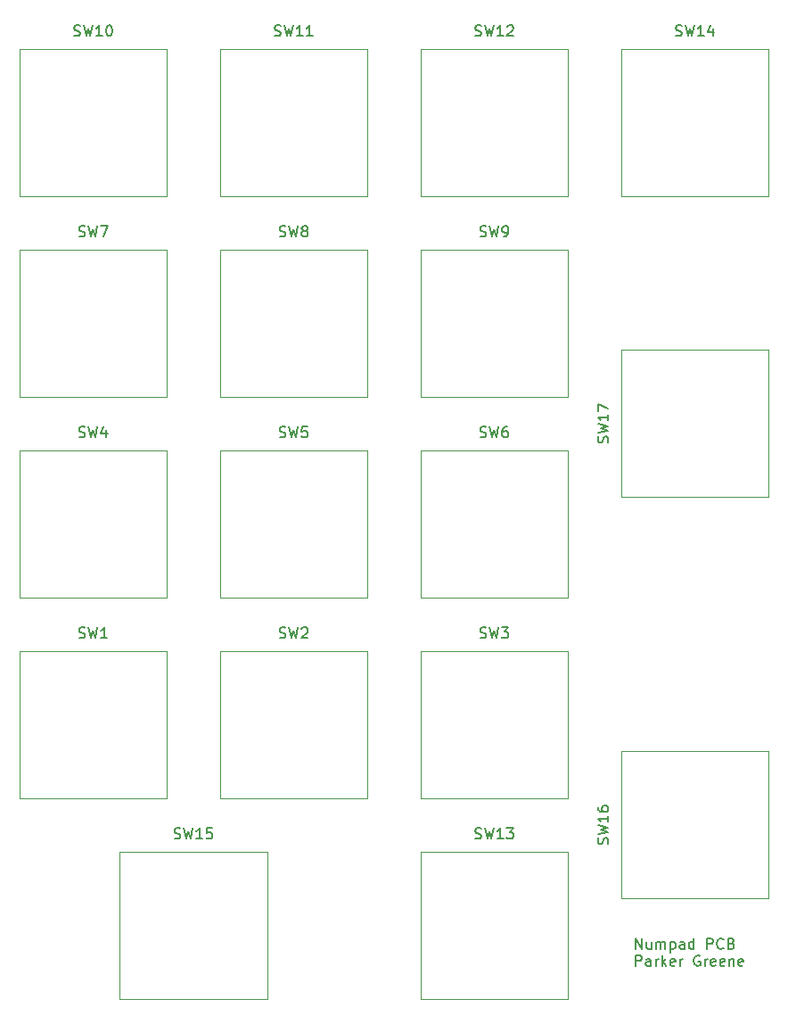
<source format=gbr>
%TF.GenerationSoftware,KiCad,Pcbnew,(6.0.9)*%
%TF.CreationDate,2023-01-29T18:03:13-08:00*%
%TF.ProjectId,numpad,6e756d70-6164-42e6-9b69-6361645f7063,rev?*%
%TF.SameCoordinates,Original*%
%TF.FileFunction,Legend,Top*%
%TF.FilePolarity,Positive*%
%FSLAX46Y46*%
G04 Gerber Fmt 4.6, Leading zero omitted, Abs format (unit mm)*
G04 Created by KiCad (PCBNEW (6.0.9)) date 2023-01-29 18:03:13*
%MOMM*%
%LPD*%
G01*
G04 APERTURE LIST*
%ADD10C,0.150000*%
%ADD11C,0.120000*%
G04 APERTURE END LIST*
D10*
X122635595Y-141347380D02*
X122635595Y-140347380D01*
X123207023Y-141347380D01*
X123207023Y-140347380D01*
X124111785Y-140680714D02*
X124111785Y-141347380D01*
X123683214Y-140680714D02*
X123683214Y-141204523D01*
X123730833Y-141299761D01*
X123826071Y-141347380D01*
X123968928Y-141347380D01*
X124064166Y-141299761D01*
X124111785Y-141252142D01*
X124587976Y-141347380D02*
X124587976Y-140680714D01*
X124587976Y-140775952D02*
X124635595Y-140728333D01*
X124730833Y-140680714D01*
X124873690Y-140680714D01*
X124968928Y-140728333D01*
X125016547Y-140823571D01*
X125016547Y-141347380D01*
X125016547Y-140823571D02*
X125064166Y-140728333D01*
X125159404Y-140680714D01*
X125302261Y-140680714D01*
X125397500Y-140728333D01*
X125445119Y-140823571D01*
X125445119Y-141347380D01*
X125921309Y-140680714D02*
X125921309Y-141680714D01*
X125921309Y-140728333D02*
X126016547Y-140680714D01*
X126207023Y-140680714D01*
X126302261Y-140728333D01*
X126349880Y-140775952D01*
X126397500Y-140871190D01*
X126397500Y-141156904D01*
X126349880Y-141252142D01*
X126302261Y-141299761D01*
X126207023Y-141347380D01*
X126016547Y-141347380D01*
X125921309Y-141299761D01*
X127254642Y-141347380D02*
X127254642Y-140823571D01*
X127207023Y-140728333D01*
X127111785Y-140680714D01*
X126921309Y-140680714D01*
X126826071Y-140728333D01*
X127254642Y-141299761D02*
X127159404Y-141347380D01*
X126921309Y-141347380D01*
X126826071Y-141299761D01*
X126778452Y-141204523D01*
X126778452Y-141109285D01*
X126826071Y-141014047D01*
X126921309Y-140966428D01*
X127159404Y-140966428D01*
X127254642Y-140918809D01*
X128159404Y-141347380D02*
X128159404Y-140347380D01*
X128159404Y-141299761D02*
X128064166Y-141347380D01*
X127873690Y-141347380D01*
X127778452Y-141299761D01*
X127730833Y-141252142D01*
X127683214Y-141156904D01*
X127683214Y-140871190D01*
X127730833Y-140775952D01*
X127778452Y-140728333D01*
X127873690Y-140680714D01*
X128064166Y-140680714D01*
X128159404Y-140728333D01*
X129397500Y-141347380D02*
X129397500Y-140347380D01*
X129778452Y-140347380D01*
X129873690Y-140395000D01*
X129921309Y-140442619D01*
X129968928Y-140537857D01*
X129968928Y-140680714D01*
X129921309Y-140775952D01*
X129873690Y-140823571D01*
X129778452Y-140871190D01*
X129397500Y-140871190D01*
X130968928Y-141252142D02*
X130921309Y-141299761D01*
X130778452Y-141347380D01*
X130683214Y-141347380D01*
X130540357Y-141299761D01*
X130445119Y-141204523D01*
X130397500Y-141109285D01*
X130349880Y-140918809D01*
X130349880Y-140775952D01*
X130397500Y-140585476D01*
X130445119Y-140490238D01*
X130540357Y-140395000D01*
X130683214Y-140347380D01*
X130778452Y-140347380D01*
X130921309Y-140395000D01*
X130968928Y-140442619D01*
X131730833Y-140823571D02*
X131873690Y-140871190D01*
X131921309Y-140918809D01*
X131968928Y-141014047D01*
X131968928Y-141156904D01*
X131921309Y-141252142D01*
X131873690Y-141299761D01*
X131778452Y-141347380D01*
X131397500Y-141347380D01*
X131397500Y-140347380D01*
X131730833Y-140347380D01*
X131826071Y-140395000D01*
X131873690Y-140442619D01*
X131921309Y-140537857D01*
X131921309Y-140633095D01*
X131873690Y-140728333D01*
X131826071Y-140775952D01*
X131730833Y-140823571D01*
X131397500Y-140823571D01*
X122635595Y-142957380D02*
X122635595Y-141957380D01*
X123016547Y-141957380D01*
X123111785Y-142005000D01*
X123159404Y-142052619D01*
X123207023Y-142147857D01*
X123207023Y-142290714D01*
X123159404Y-142385952D01*
X123111785Y-142433571D01*
X123016547Y-142481190D01*
X122635595Y-142481190D01*
X124064166Y-142957380D02*
X124064166Y-142433571D01*
X124016547Y-142338333D01*
X123921309Y-142290714D01*
X123730833Y-142290714D01*
X123635595Y-142338333D01*
X124064166Y-142909761D02*
X123968928Y-142957380D01*
X123730833Y-142957380D01*
X123635595Y-142909761D01*
X123587976Y-142814523D01*
X123587976Y-142719285D01*
X123635595Y-142624047D01*
X123730833Y-142576428D01*
X123968928Y-142576428D01*
X124064166Y-142528809D01*
X124540357Y-142957380D02*
X124540357Y-142290714D01*
X124540357Y-142481190D02*
X124587976Y-142385952D01*
X124635595Y-142338333D01*
X124730833Y-142290714D01*
X124826071Y-142290714D01*
X125159404Y-142957380D02*
X125159404Y-141957380D01*
X125254642Y-142576428D02*
X125540357Y-142957380D01*
X125540357Y-142290714D02*
X125159404Y-142671666D01*
X126349880Y-142909761D02*
X126254642Y-142957380D01*
X126064166Y-142957380D01*
X125968928Y-142909761D01*
X125921309Y-142814523D01*
X125921309Y-142433571D01*
X125968928Y-142338333D01*
X126064166Y-142290714D01*
X126254642Y-142290714D01*
X126349880Y-142338333D01*
X126397500Y-142433571D01*
X126397500Y-142528809D01*
X125921309Y-142624047D01*
X126826071Y-142957380D02*
X126826071Y-142290714D01*
X126826071Y-142481190D02*
X126873690Y-142385952D01*
X126921309Y-142338333D01*
X127016547Y-142290714D01*
X127111785Y-142290714D01*
X128730833Y-142005000D02*
X128635595Y-141957380D01*
X128492738Y-141957380D01*
X128349880Y-142005000D01*
X128254642Y-142100238D01*
X128207023Y-142195476D01*
X128159404Y-142385952D01*
X128159404Y-142528809D01*
X128207023Y-142719285D01*
X128254642Y-142814523D01*
X128349880Y-142909761D01*
X128492738Y-142957380D01*
X128587976Y-142957380D01*
X128730833Y-142909761D01*
X128778452Y-142862142D01*
X128778452Y-142528809D01*
X128587976Y-142528809D01*
X129207023Y-142957380D02*
X129207023Y-142290714D01*
X129207023Y-142481190D02*
X129254642Y-142385952D01*
X129302261Y-142338333D01*
X129397500Y-142290714D01*
X129492738Y-142290714D01*
X130207023Y-142909761D02*
X130111785Y-142957380D01*
X129921309Y-142957380D01*
X129826071Y-142909761D01*
X129778452Y-142814523D01*
X129778452Y-142433571D01*
X129826071Y-142338333D01*
X129921309Y-142290714D01*
X130111785Y-142290714D01*
X130207023Y-142338333D01*
X130254642Y-142433571D01*
X130254642Y-142528809D01*
X129778452Y-142624047D01*
X131064166Y-142909761D02*
X130968928Y-142957380D01*
X130778452Y-142957380D01*
X130683214Y-142909761D01*
X130635595Y-142814523D01*
X130635595Y-142433571D01*
X130683214Y-142338333D01*
X130778452Y-142290714D01*
X130968928Y-142290714D01*
X131064166Y-142338333D01*
X131111785Y-142433571D01*
X131111785Y-142528809D01*
X130635595Y-142624047D01*
X131540357Y-142290714D02*
X131540357Y-142957380D01*
X131540357Y-142385952D02*
X131587976Y-142338333D01*
X131683214Y-142290714D01*
X131826071Y-142290714D01*
X131921309Y-142338333D01*
X131968928Y-142433571D01*
X131968928Y-142957380D01*
X132826071Y-142909761D02*
X132730833Y-142957380D01*
X132540357Y-142957380D01*
X132445119Y-142909761D01*
X132397500Y-142814523D01*
X132397500Y-142433571D01*
X132445119Y-142338333D01*
X132540357Y-142290714D01*
X132730833Y-142290714D01*
X132826071Y-142338333D01*
X132873690Y-142433571D01*
X132873690Y-142528809D01*
X132397500Y-142624047D01*
%TO.C,SW17*%
X119992261Y-93284523D02*
X120039880Y-93141666D01*
X120039880Y-92903571D01*
X119992261Y-92808333D01*
X119944642Y-92760714D01*
X119849404Y-92713095D01*
X119754166Y-92713095D01*
X119658928Y-92760714D01*
X119611309Y-92808333D01*
X119563690Y-92903571D01*
X119516071Y-93094047D01*
X119468452Y-93189285D01*
X119420833Y-93236904D01*
X119325595Y-93284523D01*
X119230357Y-93284523D01*
X119135119Y-93236904D01*
X119087500Y-93189285D01*
X119039880Y-93094047D01*
X119039880Y-92855952D01*
X119087500Y-92713095D01*
X119039880Y-92379761D02*
X120039880Y-92141666D01*
X119325595Y-91951190D01*
X120039880Y-91760714D01*
X119039880Y-91522619D01*
X120039880Y-90617857D02*
X120039880Y-91189285D01*
X120039880Y-90903571D02*
X119039880Y-90903571D01*
X119182738Y-90998809D01*
X119277976Y-91094047D01*
X119325595Y-91189285D01*
X119039880Y-90284523D02*
X119039880Y-89617857D01*
X120039880Y-90046428D01*
%TO.C,SW16*%
X119992261Y-131384523D02*
X120039880Y-131241666D01*
X120039880Y-131003571D01*
X119992261Y-130908333D01*
X119944642Y-130860714D01*
X119849404Y-130813095D01*
X119754166Y-130813095D01*
X119658928Y-130860714D01*
X119611309Y-130908333D01*
X119563690Y-131003571D01*
X119516071Y-131194047D01*
X119468452Y-131289285D01*
X119420833Y-131336904D01*
X119325595Y-131384523D01*
X119230357Y-131384523D01*
X119135119Y-131336904D01*
X119087500Y-131289285D01*
X119039880Y-131194047D01*
X119039880Y-130955952D01*
X119087500Y-130813095D01*
X119039880Y-130479761D02*
X120039880Y-130241666D01*
X119325595Y-130051190D01*
X120039880Y-129860714D01*
X119039880Y-129622619D01*
X120039880Y-128717857D02*
X120039880Y-129289285D01*
X120039880Y-129003571D02*
X119039880Y-129003571D01*
X119182738Y-129098809D01*
X119277976Y-129194047D01*
X119325595Y-129289285D01*
X119039880Y-127860714D02*
X119039880Y-128051190D01*
X119087500Y-128146428D01*
X119135119Y-128194047D01*
X119277976Y-128289285D01*
X119468452Y-128336904D01*
X119849404Y-128336904D01*
X119944642Y-128289285D01*
X119992261Y-128241666D01*
X120039880Y-128146428D01*
X120039880Y-127955952D01*
X119992261Y-127860714D01*
X119944642Y-127813095D01*
X119849404Y-127765476D01*
X119611309Y-127765476D01*
X119516071Y-127813095D01*
X119468452Y-127860714D01*
X119420833Y-127955952D01*
X119420833Y-128146428D01*
X119468452Y-128241666D01*
X119516071Y-128289285D01*
X119611309Y-128336904D01*
%TO.C,SW15*%
X78815476Y-130842261D02*
X78958333Y-130889880D01*
X79196428Y-130889880D01*
X79291666Y-130842261D01*
X79339285Y-130794642D01*
X79386904Y-130699404D01*
X79386904Y-130604166D01*
X79339285Y-130508928D01*
X79291666Y-130461309D01*
X79196428Y-130413690D01*
X79005952Y-130366071D01*
X78910714Y-130318452D01*
X78863095Y-130270833D01*
X78815476Y-130175595D01*
X78815476Y-130080357D01*
X78863095Y-129985119D01*
X78910714Y-129937500D01*
X79005952Y-129889880D01*
X79244047Y-129889880D01*
X79386904Y-129937500D01*
X79720238Y-129889880D02*
X79958333Y-130889880D01*
X80148809Y-130175595D01*
X80339285Y-130889880D01*
X80577380Y-129889880D01*
X81482142Y-130889880D02*
X80910714Y-130889880D01*
X81196428Y-130889880D02*
X81196428Y-129889880D01*
X81101190Y-130032738D01*
X81005952Y-130127976D01*
X80910714Y-130175595D01*
X82386904Y-129889880D02*
X81910714Y-129889880D01*
X81863095Y-130366071D01*
X81910714Y-130318452D01*
X82005952Y-130270833D01*
X82244047Y-130270833D01*
X82339285Y-130318452D01*
X82386904Y-130366071D01*
X82434523Y-130461309D01*
X82434523Y-130699404D01*
X82386904Y-130794642D01*
X82339285Y-130842261D01*
X82244047Y-130889880D01*
X82005952Y-130889880D01*
X81910714Y-130842261D01*
X81863095Y-130794642D01*
%TO.C,SW14*%
X126440476Y-54642261D02*
X126583333Y-54689880D01*
X126821428Y-54689880D01*
X126916666Y-54642261D01*
X126964285Y-54594642D01*
X127011904Y-54499404D01*
X127011904Y-54404166D01*
X126964285Y-54308928D01*
X126916666Y-54261309D01*
X126821428Y-54213690D01*
X126630952Y-54166071D01*
X126535714Y-54118452D01*
X126488095Y-54070833D01*
X126440476Y-53975595D01*
X126440476Y-53880357D01*
X126488095Y-53785119D01*
X126535714Y-53737500D01*
X126630952Y-53689880D01*
X126869047Y-53689880D01*
X127011904Y-53737500D01*
X127345238Y-53689880D02*
X127583333Y-54689880D01*
X127773809Y-53975595D01*
X127964285Y-54689880D01*
X128202380Y-53689880D01*
X129107142Y-54689880D02*
X128535714Y-54689880D01*
X128821428Y-54689880D02*
X128821428Y-53689880D01*
X128726190Y-53832738D01*
X128630952Y-53927976D01*
X128535714Y-53975595D01*
X129964285Y-54023214D02*
X129964285Y-54689880D01*
X129726190Y-53642261D02*
X129488095Y-54356547D01*
X130107142Y-54356547D01*
%TO.C,SW13*%
X107390476Y-130842261D02*
X107533333Y-130889880D01*
X107771428Y-130889880D01*
X107866666Y-130842261D01*
X107914285Y-130794642D01*
X107961904Y-130699404D01*
X107961904Y-130604166D01*
X107914285Y-130508928D01*
X107866666Y-130461309D01*
X107771428Y-130413690D01*
X107580952Y-130366071D01*
X107485714Y-130318452D01*
X107438095Y-130270833D01*
X107390476Y-130175595D01*
X107390476Y-130080357D01*
X107438095Y-129985119D01*
X107485714Y-129937500D01*
X107580952Y-129889880D01*
X107819047Y-129889880D01*
X107961904Y-129937500D01*
X108295238Y-129889880D02*
X108533333Y-130889880D01*
X108723809Y-130175595D01*
X108914285Y-130889880D01*
X109152380Y-129889880D01*
X110057142Y-130889880D02*
X109485714Y-130889880D01*
X109771428Y-130889880D02*
X109771428Y-129889880D01*
X109676190Y-130032738D01*
X109580952Y-130127976D01*
X109485714Y-130175595D01*
X110390476Y-129889880D02*
X111009523Y-129889880D01*
X110676190Y-130270833D01*
X110819047Y-130270833D01*
X110914285Y-130318452D01*
X110961904Y-130366071D01*
X111009523Y-130461309D01*
X111009523Y-130699404D01*
X110961904Y-130794642D01*
X110914285Y-130842261D01*
X110819047Y-130889880D01*
X110533333Y-130889880D01*
X110438095Y-130842261D01*
X110390476Y-130794642D01*
%TO.C,SW12*%
X107390476Y-54642261D02*
X107533333Y-54689880D01*
X107771428Y-54689880D01*
X107866666Y-54642261D01*
X107914285Y-54594642D01*
X107961904Y-54499404D01*
X107961904Y-54404166D01*
X107914285Y-54308928D01*
X107866666Y-54261309D01*
X107771428Y-54213690D01*
X107580952Y-54166071D01*
X107485714Y-54118452D01*
X107438095Y-54070833D01*
X107390476Y-53975595D01*
X107390476Y-53880357D01*
X107438095Y-53785119D01*
X107485714Y-53737500D01*
X107580952Y-53689880D01*
X107819047Y-53689880D01*
X107961904Y-53737500D01*
X108295238Y-53689880D02*
X108533333Y-54689880D01*
X108723809Y-53975595D01*
X108914285Y-54689880D01*
X109152380Y-53689880D01*
X110057142Y-54689880D02*
X109485714Y-54689880D01*
X109771428Y-54689880D02*
X109771428Y-53689880D01*
X109676190Y-53832738D01*
X109580952Y-53927976D01*
X109485714Y-53975595D01*
X110438095Y-53785119D02*
X110485714Y-53737500D01*
X110580952Y-53689880D01*
X110819047Y-53689880D01*
X110914285Y-53737500D01*
X110961904Y-53785119D01*
X111009523Y-53880357D01*
X111009523Y-53975595D01*
X110961904Y-54118452D01*
X110390476Y-54689880D01*
X111009523Y-54689880D01*
%TO.C,SW11*%
X88340476Y-54642261D02*
X88483333Y-54689880D01*
X88721428Y-54689880D01*
X88816666Y-54642261D01*
X88864285Y-54594642D01*
X88911904Y-54499404D01*
X88911904Y-54404166D01*
X88864285Y-54308928D01*
X88816666Y-54261309D01*
X88721428Y-54213690D01*
X88530952Y-54166071D01*
X88435714Y-54118452D01*
X88388095Y-54070833D01*
X88340476Y-53975595D01*
X88340476Y-53880357D01*
X88388095Y-53785119D01*
X88435714Y-53737500D01*
X88530952Y-53689880D01*
X88769047Y-53689880D01*
X88911904Y-53737500D01*
X89245238Y-53689880D02*
X89483333Y-54689880D01*
X89673809Y-53975595D01*
X89864285Y-54689880D01*
X90102380Y-53689880D01*
X91007142Y-54689880D02*
X90435714Y-54689880D01*
X90721428Y-54689880D02*
X90721428Y-53689880D01*
X90626190Y-53832738D01*
X90530952Y-53927976D01*
X90435714Y-53975595D01*
X91959523Y-54689880D02*
X91388095Y-54689880D01*
X91673809Y-54689880D02*
X91673809Y-53689880D01*
X91578571Y-53832738D01*
X91483333Y-53927976D01*
X91388095Y-53975595D01*
%TO.C,SW10*%
X69290476Y-54642261D02*
X69433333Y-54689880D01*
X69671428Y-54689880D01*
X69766666Y-54642261D01*
X69814285Y-54594642D01*
X69861904Y-54499404D01*
X69861904Y-54404166D01*
X69814285Y-54308928D01*
X69766666Y-54261309D01*
X69671428Y-54213690D01*
X69480952Y-54166071D01*
X69385714Y-54118452D01*
X69338095Y-54070833D01*
X69290476Y-53975595D01*
X69290476Y-53880357D01*
X69338095Y-53785119D01*
X69385714Y-53737500D01*
X69480952Y-53689880D01*
X69719047Y-53689880D01*
X69861904Y-53737500D01*
X70195238Y-53689880D02*
X70433333Y-54689880D01*
X70623809Y-53975595D01*
X70814285Y-54689880D01*
X71052380Y-53689880D01*
X71957142Y-54689880D02*
X71385714Y-54689880D01*
X71671428Y-54689880D02*
X71671428Y-53689880D01*
X71576190Y-53832738D01*
X71480952Y-53927976D01*
X71385714Y-53975595D01*
X72576190Y-53689880D02*
X72671428Y-53689880D01*
X72766666Y-53737500D01*
X72814285Y-53785119D01*
X72861904Y-53880357D01*
X72909523Y-54070833D01*
X72909523Y-54308928D01*
X72861904Y-54499404D01*
X72814285Y-54594642D01*
X72766666Y-54642261D01*
X72671428Y-54689880D01*
X72576190Y-54689880D01*
X72480952Y-54642261D01*
X72433333Y-54594642D01*
X72385714Y-54499404D01*
X72338095Y-54308928D01*
X72338095Y-54070833D01*
X72385714Y-53880357D01*
X72433333Y-53785119D01*
X72480952Y-53737500D01*
X72576190Y-53689880D01*
%TO.C,SW9*%
X107866666Y-73692261D02*
X108009523Y-73739880D01*
X108247619Y-73739880D01*
X108342857Y-73692261D01*
X108390476Y-73644642D01*
X108438095Y-73549404D01*
X108438095Y-73454166D01*
X108390476Y-73358928D01*
X108342857Y-73311309D01*
X108247619Y-73263690D01*
X108057142Y-73216071D01*
X107961904Y-73168452D01*
X107914285Y-73120833D01*
X107866666Y-73025595D01*
X107866666Y-72930357D01*
X107914285Y-72835119D01*
X107961904Y-72787500D01*
X108057142Y-72739880D01*
X108295238Y-72739880D01*
X108438095Y-72787500D01*
X108771428Y-72739880D02*
X109009523Y-73739880D01*
X109200000Y-73025595D01*
X109390476Y-73739880D01*
X109628571Y-72739880D01*
X110057142Y-73739880D02*
X110247619Y-73739880D01*
X110342857Y-73692261D01*
X110390476Y-73644642D01*
X110485714Y-73501785D01*
X110533333Y-73311309D01*
X110533333Y-72930357D01*
X110485714Y-72835119D01*
X110438095Y-72787500D01*
X110342857Y-72739880D01*
X110152380Y-72739880D01*
X110057142Y-72787500D01*
X110009523Y-72835119D01*
X109961904Y-72930357D01*
X109961904Y-73168452D01*
X110009523Y-73263690D01*
X110057142Y-73311309D01*
X110152380Y-73358928D01*
X110342857Y-73358928D01*
X110438095Y-73311309D01*
X110485714Y-73263690D01*
X110533333Y-73168452D01*
%TO.C,SW8*%
X88816666Y-73692261D02*
X88959523Y-73739880D01*
X89197619Y-73739880D01*
X89292857Y-73692261D01*
X89340476Y-73644642D01*
X89388095Y-73549404D01*
X89388095Y-73454166D01*
X89340476Y-73358928D01*
X89292857Y-73311309D01*
X89197619Y-73263690D01*
X89007142Y-73216071D01*
X88911904Y-73168452D01*
X88864285Y-73120833D01*
X88816666Y-73025595D01*
X88816666Y-72930357D01*
X88864285Y-72835119D01*
X88911904Y-72787500D01*
X89007142Y-72739880D01*
X89245238Y-72739880D01*
X89388095Y-72787500D01*
X89721428Y-72739880D02*
X89959523Y-73739880D01*
X90150000Y-73025595D01*
X90340476Y-73739880D01*
X90578571Y-72739880D01*
X91102380Y-73168452D02*
X91007142Y-73120833D01*
X90959523Y-73073214D01*
X90911904Y-72977976D01*
X90911904Y-72930357D01*
X90959523Y-72835119D01*
X91007142Y-72787500D01*
X91102380Y-72739880D01*
X91292857Y-72739880D01*
X91388095Y-72787500D01*
X91435714Y-72835119D01*
X91483333Y-72930357D01*
X91483333Y-72977976D01*
X91435714Y-73073214D01*
X91388095Y-73120833D01*
X91292857Y-73168452D01*
X91102380Y-73168452D01*
X91007142Y-73216071D01*
X90959523Y-73263690D01*
X90911904Y-73358928D01*
X90911904Y-73549404D01*
X90959523Y-73644642D01*
X91007142Y-73692261D01*
X91102380Y-73739880D01*
X91292857Y-73739880D01*
X91388095Y-73692261D01*
X91435714Y-73644642D01*
X91483333Y-73549404D01*
X91483333Y-73358928D01*
X91435714Y-73263690D01*
X91388095Y-73216071D01*
X91292857Y-73168452D01*
%TO.C,SW7*%
X69766666Y-73692261D02*
X69909523Y-73739880D01*
X70147619Y-73739880D01*
X70242857Y-73692261D01*
X70290476Y-73644642D01*
X70338095Y-73549404D01*
X70338095Y-73454166D01*
X70290476Y-73358928D01*
X70242857Y-73311309D01*
X70147619Y-73263690D01*
X69957142Y-73216071D01*
X69861904Y-73168452D01*
X69814285Y-73120833D01*
X69766666Y-73025595D01*
X69766666Y-72930357D01*
X69814285Y-72835119D01*
X69861904Y-72787500D01*
X69957142Y-72739880D01*
X70195238Y-72739880D01*
X70338095Y-72787500D01*
X70671428Y-72739880D02*
X70909523Y-73739880D01*
X71100000Y-73025595D01*
X71290476Y-73739880D01*
X71528571Y-72739880D01*
X71814285Y-72739880D02*
X72480952Y-72739880D01*
X72052380Y-73739880D01*
%TO.C,SW6*%
X107866666Y-92742261D02*
X108009523Y-92789880D01*
X108247619Y-92789880D01*
X108342857Y-92742261D01*
X108390476Y-92694642D01*
X108438095Y-92599404D01*
X108438095Y-92504166D01*
X108390476Y-92408928D01*
X108342857Y-92361309D01*
X108247619Y-92313690D01*
X108057142Y-92266071D01*
X107961904Y-92218452D01*
X107914285Y-92170833D01*
X107866666Y-92075595D01*
X107866666Y-91980357D01*
X107914285Y-91885119D01*
X107961904Y-91837500D01*
X108057142Y-91789880D01*
X108295238Y-91789880D01*
X108438095Y-91837500D01*
X108771428Y-91789880D02*
X109009523Y-92789880D01*
X109200000Y-92075595D01*
X109390476Y-92789880D01*
X109628571Y-91789880D01*
X110438095Y-91789880D02*
X110247619Y-91789880D01*
X110152380Y-91837500D01*
X110104761Y-91885119D01*
X110009523Y-92027976D01*
X109961904Y-92218452D01*
X109961904Y-92599404D01*
X110009523Y-92694642D01*
X110057142Y-92742261D01*
X110152380Y-92789880D01*
X110342857Y-92789880D01*
X110438095Y-92742261D01*
X110485714Y-92694642D01*
X110533333Y-92599404D01*
X110533333Y-92361309D01*
X110485714Y-92266071D01*
X110438095Y-92218452D01*
X110342857Y-92170833D01*
X110152380Y-92170833D01*
X110057142Y-92218452D01*
X110009523Y-92266071D01*
X109961904Y-92361309D01*
%TO.C,SW5*%
X88816666Y-92742261D02*
X88959523Y-92789880D01*
X89197619Y-92789880D01*
X89292857Y-92742261D01*
X89340476Y-92694642D01*
X89388095Y-92599404D01*
X89388095Y-92504166D01*
X89340476Y-92408928D01*
X89292857Y-92361309D01*
X89197619Y-92313690D01*
X89007142Y-92266071D01*
X88911904Y-92218452D01*
X88864285Y-92170833D01*
X88816666Y-92075595D01*
X88816666Y-91980357D01*
X88864285Y-91885119D01*
X88911904Y-91837500D01*
X89007142Y-91789880D01*
X89245238Y-91789880D01*
X89388095Y-91837500D01*
X89721428Y-91789880D02*
X89959523Y-92789880D01*
X90150000Y-92075595D01*
X90340476Y-92789880D01*
X90578571Y-91789880D01*
X91435714Y-91789880D02*
X90959523Y-91789880D01*
X90911904Y-92266071D01*
X90959523Y-92218452D01*
X91054761Y-92170833D01*
X91292857Y-92170833D01*
X91388095Y-92218452D01*
X91435714Y-92266071D01*
X91483333Y-92361309D01*
X91483333Y-92599404D01*
X91435714Y-92694642D01*
X91388095Y-92742261D01*
X91292857Y-92789880D01*
X91054761Y-92789880D01*
X90959523Y-92742261D01*
X90911904Y-92694642D01*
%TO.C,SW4*%
X69766666Y-92742261D02*
X69909523Y-92789880D01*
X70147619Y-92789880D01*
X70242857Y-92742261D01*
X70290476Y-92694642D01*
X70338095Y-92599404D01*
X70338095Y-92504166D01*
X70290476Y-92408928D01*
X70242857Y-92361309D01*
X70147619Y-92313690D01*
X69957142Y-92266071D01*
X69861904Y-92218452D01*
X69814285Y-92170833D01*
X69766666Y-92075595D01*
X69766666Y-91980357D01*
X69814285Y-91885119D01*
X69861904Y-91837500D01*
X69957142Y-91789880D01*
X70195238Y-91789880D01*
X70338095Y-91837500D01*
X70671428Y-91789880D02*
X70909523Y-92789880D01*
X71100000Y-92075595D01*
X71290476Y-92789880D01*
X71528571Y-91789880D01*
X72338095Y-92123214D02*
X72338095Y-92789880D01*
X72100000Y-91742261D02*
X71861904Y-92456547D01*
X72480952Y-92456547D01*
%TO.C,SW3*%
X107866666Y-111792261D02*
X108009523Y-111839880D01*
X108247619Y-111839880D01*
X108342857Y-111792261D01*
X108390476Y-111744642D01*
X108438095Y-111649404D01*
X108438095Y-111554166D01*
X108390476Y-111458928D01*
X108342857Y-111411309D01*
X108247619Y-111363690D01*
X108057142Y-111316071D01*
X107961904Y-111268452D01*
X107914285Y-111220833D01*
X107866666Y-111125595D01*
X107866666Y-111030357D01*
X107914285Y-110935119D01*
X107961904Y-110887500D01*
X108057142Y-110839880D01*
X108295238Y-110839880D01*
X108438095Y-110887500D01*
X108771428Y-110839880D02*
X109009523Y-111839880D01*
X109200000Y-111125595D01*
X109390476Y-111839880D01*
X109628571Y-110839880D01*
X109914285Y-110839880D02*
X110533333Y-110839880D01*
X110200000Y-111220833D01*
X110342857Y-111220833D01*
X110438095Y-111268452D01*
X110485714Y-111316071D01*
X110533333Y-111411309D01*
X110533333Y-111649404D01*
X110485714Y-111744642D01*
X110438095Y-111792261D01*
X110342857Y-111839880D01*
X110057142Y-111839880D01*
X109961904Y-111792261D01*
X109914285Y-111744642D01*
%TO.C,SW2*%
X88816666Y-111792261D02*
X88959523Y-111839880D01*
X89197619Y-111839880D01*
X89292857Y-111792261D01*
X89340476Y-111744642D01*
X89388095Y-111649404D01*
X89388095Y-111554166D01*
X89340476Y-111458928D01*
X89292857Y-111411309D01*
X89197619Y-111363690D01*
X89007142Y-111316071D01*
X88911904Y-111268452D01*
X88864285Y-111220833D01*
X88816666Y-111125595D01*
X88816666Y-111030357D01*
X88864285Y-110935119D01*
X88911904Y-110887500D01*
X89007142Y-110839880D01*
X89245238Y-110839880D01*
X89388095Y-110887500D01*
X89721428Y-110839880D02*
X89959523Y-111839880D01*
X90150000Y-111125595D01*
X90340476Y-111839880D01*
X90578571Y-110839880D01*
X90911904Y-110935119D02*
X90959523Y-110887500D01*
X91054761Y-110839880D01*
X91292857Y-110839880D01*
X91388095Y-110887500D01*
X91435714Y-110935119D01*
X91483333Y-111030357D01*
X91483333Y-111125595D01*
X91435714Y-111268452D01*
X90864285Y-111839880D01*
X91483333Y-111839880D01*
%TO.C,SW1*%
X69766666Y-111792261D02*
X69909523Y-111839880D01*
X70147619Y-111839880D01*
X70242857Y-111792261D01*
X70290476Y-111744642D01*
X70338095Y-111649404D01*
X70338095Y-111554166D01*
X70290476Y-111458928D01*
X70242857Y-111411309D01*
X70147619Y-111363690D01*
X69957142Y-111316071D01*
X69861904Y-111268452D01*
X69814285Y-111220833D01*
X69766666Y-111125595D01*
X69766666Y-111030357D01*
X69814285Y-110935119D01*
X69861904Y-110887500D01*
X69957142Y-110839880D01*
X70195238Y-110839880D01*
X70338095Y-110887500D01*
X70671428Y-110839880D02*
X70909523Y-111839880D01*
X71100000Y-111125595D01*
X71290476Y-111839880D01*
X71528571Y-110839880D01*
X72433333Y-111839880D02*
X71861904Y-111839880D01*
X72147619Y-111839880D02*
X72147619Y-110839880D01*
X72052380Y-110982738D01*
X71957142Y-111077976D01*
X71861904Y-111125595D01*
D11*
%TO.C,SW17*%
X121250000Y-98475000D02*
X135250000Y-98475000D01*
X121250000Y-98475000D02*
X121250000Y-84475000D01*
X121250000Y-84475000D02*
X135250000Y-84475000D01*
X135250000Y-84475000D02*
X135250000Y-98475000D01*
%TO.C,SW16*%
X121250000Y-136575000D02*
X135250000Y-136575000D01*
X121250000Y-136575000D02*
X121250000Y-122575000D01*
X121250000Y-122575000D02*
X135250000Y-122575000D01*
X135250000Y-122575000D02*
X135250000Y-136575000D01*
%TO.C,SW15*%
X73625000Y-132100000D02*
X73625000Y-146100000D01*
X73625000Y-132100000D02*
X87625000Y-132100000D01*
X87625000Y-132100000D02*
X87625000Y-146100000D01*
X87625000Y-146100000D02*
X73625000Y-146100000D01*
%TO.C,SW14*%
X121250000Y-55900000D02*
X121250000Y-69900000D01*
X121250000Y-55900000D02*
X135250000Y-55900000D01*
X135250000Y-55900000D02*
X135250000Y-69900000D01*
X135250000Y-69900000D02*
X121250000Y-69900000D01*
%TO.C,SW13*%
X102200000Y-132100000D02*
X102200000Y-146100000D01*
X102200000Y-132100000D02*
X116200000Y-132100000D01*
X116200000Y-132100000D02*
X116200000Y-146100000D01*
X116200000Y-146100000D02*
X102200000Y-146100000D01*
%TO.C,SW12*%
X102200000Y-55900000D02*
X102200000Y-69900000D01*
X102200000Y-55900000D02*
X116200000Y-55900000D01*
X116200000Y-55900000D02*
X116200000Y-69900000D01*
X116200000Y-69900000D02*
X102200000Y-69900000D01*
%TO.C,SW11*%
X83150000Y-55900000D02*
X83150000Y-69900000D01*
X83150000Y-55900000D02*
X97150000Y-55900000D01*
X97150000Y-55900000D02*
X97150000Y-69900000D01*
X97150000Y-69900000D02*
X83150000Y-69900000D01*
%TO.C,SW10*%
X64100000Y-55900000D02*
X64100000Y-69900000D01*
X64100000Y-55900000D02*
X78100000Y-55900000D01*
X78100000Y-55900000D02*
X78100000Y-69900000D01*
X78100000Y-69900000D02*
X64100000Y-69900000D01*
%TO.C,SW9*%
X102200000Y-74950000D02*
X102200000Y-88950000D01*
X102200000Y-74950000D02*
X116200000Y-74950000D01*
X116200000Y-74950000D02*
X116200000Y-88950000D01*
X116200000Y-88950000D02*
X102200000Y-88950000D01*
%TO.C,SW8*%
X83150000Y-74950000D02*
X83150000Y-88950000D01*
X83150000Y-74950000D02*
X97150000Y-74950000D01*
X97150000Y-74950000D02*
X97150000Y-88950000D01*
X97150000Y-88950000D02*
X83150000Y-88950000D01*
%TO.C,SW7*%
X64100000Y-74950000D02*
X64100000Y-88950000D01*
X64100000Y-74950000D02*
X78100000Y-74950000D01*
X78100000Y-74950000D02*
X78100000Y-88950000D01*
X78100000Y-88950000D02*
X64100000Y-88950000D01*
%TO.C,SW6*%
X116200000Y-108000000D02*
X102200000Y-108000000D01*
X116200000Y-94000000D02*
X116200000Y-108000000D01*
X102200000Y-94000000D02*
X116200000Y-94000000D01*
X102200000Y-94000000D02*
X102200000Y-108000000D01*
%TO.C,SW5*%
X83150000Y-94000000D02*
X83150000Y-108000000D01*
X83150000Y-94000000D02*
X97150000Y-94000000D01*
X97150000Y-94000000D02*
X97150000Y-108000000D01*
X97150000Y-108000000D02*
X83150000Y-108000000D01*
%TO.C,SW4*%
X64100000Y-94000000D02*
X64100000Y-108000000D01*
X64100000Y-94000000D02*
X78100000Y-94000000D01*
X78100000Y-94000000D02*
X78100000Y-108000000D01*
X78100000Y-108000000D02*
X64100000Y-108000000D01*
%TO.C,SW3*%
X102200000Y-113050000D02*
X102200000Y-127050000D01*
X102200000Y-113050000D02*
X116200000Y-113050000D01*
X116200000Y-113050000D02*
X116200000Y-127050000D01*
X116200000Y-127050000D02*
X102200000Y-127050000D01*
%TO.C,SW2*%
X83150000Y-113050000D02*
X83150000Y-127050000D01*
X83150000Y-113050000D02*
X97150000Y-113050000D01*
X97150000Y-113050000D02*
X97150000Y-127050000D01*
X97150000Y-127050000D02*
X83150000Y-127050000D01*
%TO.C,SW1*%
X64100000Y-113050000D02*
X64100000Y-127050000D01*
X64100000Y-113050000D02*
X78100000Y-113050000D01*
X78100000Y-113050000D02*
X78100000Y-127050000D01*
X78100000Y-127050000D02*
X64100000Y-127050000D01*
%TD*%
M02*

</source>
